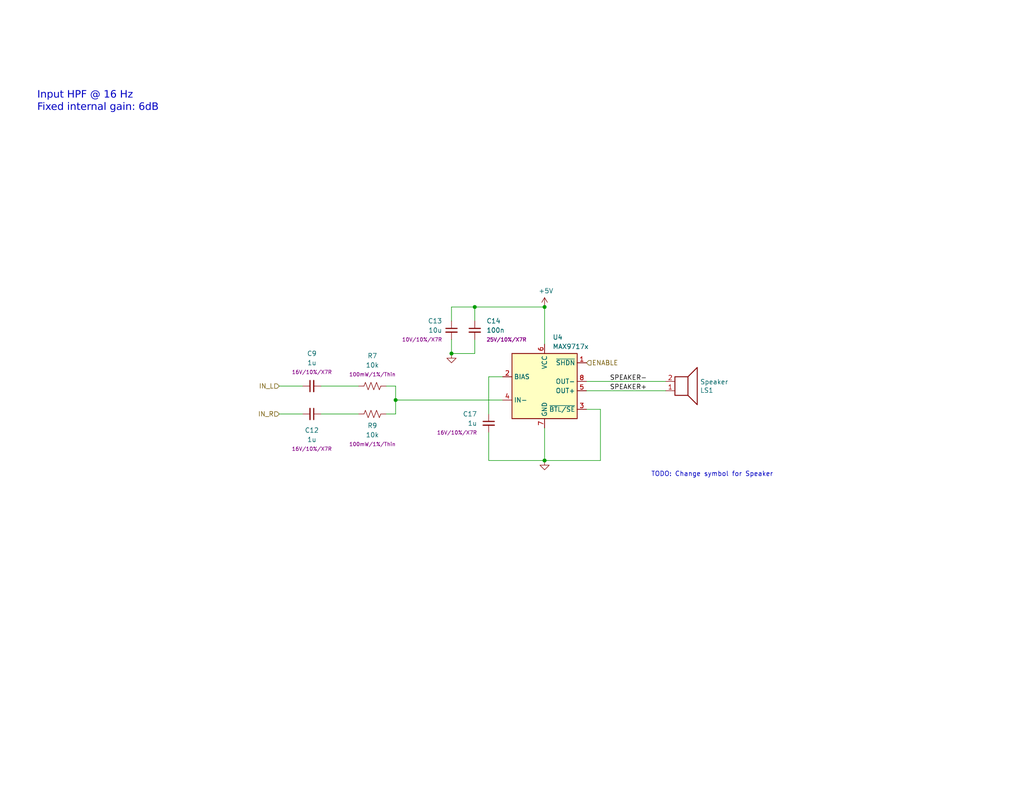
<source format=kicad_sch>
(kicad_sch (version 20231120) (generator "eeschema") (generator_version "8.0")
  (paper "USLetter")
  (title_block (title "Speak to Me") (date "2024-08-28") (rev "v10") (company "Winterbloom") (comment 1 "Alethea Flowers") (comment 2 "CERN-OHL-P v2") (comment 3 "speak.wntr.dev"))
  (lib_symbols
    (symbol "Device:C_Small" (pin_numbers hide) (pin_names (offset 0.254) hide)
      (property "Reference" "C" (at 0.254 1.778 0))
      (property "Value" "C_Small" (at 0.254 -2.032 0))
      (symbol "C_Small_0_1"
        (polyline (pts (xy -1.524 -0.508) (xy 1.524 -0.508)) (stroke (width 0.3302)))
        (polyline (pts (xy -1.524 0.508) (xy 1.524 0.508)) (stroke (width 0.3048)))
      )
      (symbol "C_Small_1_1"
        (pin passive line (at 0 2.54 270) (length 2.032) (name "~") (number "1"))
        (pin passive line (at 0 -2.54 90) (length 2.032) (name "~") (number "2"))
      )
    )
    (symbol "Device:R_US" (pin_numbers hide) (pin_names (offset 0))
      (property "Reference" "R" (at 2.54 0 90))
      (property "Value" "R_US" (at -2.54 0 90))
      (symbol "R_US_0_1"
        (polyline (pts (xy 0 -2.286) (xy 0 -2.54)))
        (polyline (pts (xy 0 2.286) (xy 0 2.54)))
        (polyline (pts (xy 0 -0.762) (xy 1.016 -1.143) (xy 0 -1.524) (xy -1.016 -1.905) (xy 0 -2.286)))
        (polyline (pts (xy 0 0.762) (xy 1.016 0.381) (xy 0 0) (xy -1.016 -0.381) (xy 0 -0.762)))
        (polyline (pts (xy 0 2.286) (xy 1.016 1.905) (xy 0 1.524) (xy -1.016 1.143) (xy 0 0.762)))
      )
      (symbol "R_US_1_1"
        (pin passive line (at 0 3.81 270) (length 1.27) (name "~") (number "1"))
        (pin passive line (at 0 -3.81 90) (length 1.27) (name "~") (number "2"))
      )
    )
    (symbol "Device:Speaker" (pin_names (offset 0) hide)
      (property "Reference" "LS" (at 1.27 5.715 0))
      (property "Value" "Speaker" (at 1.27 3.81 0))
      (symbol "Speaker_0_0"
        (rectangle (start -2.54 1.27) (end 1.016 -3.81) (stroke (width 0.254)))
        (polyline (pts (xy 1.016 1.27) (xy 3.556 3.81) (xy 3.556 -6.35) (xy 1.016 -3.81)) (stroke (width 0.254)))
      )
      (symbol "Speaker_1_1"
        (pin input line (at -5.08 0 0) (length 2.54) (name "1") (number "1"))
        (pin input line (at -5.08 -2.54 0) (length 2.54) (name "2") (number "2"))
      )
    )
    (symbol "power:+5V" (power) (pin_numbers hide) (pin_names (offset 0) hide)
      (property "Value" "+5V" (at 0 3.556 0))
      (symbol "+5V_0_1"
        (polyline (pts (xy -0.762 1.27) (xy 0 2.54)))
        (polyline (pts (xy 0 0) (xy 0 2.54)))
        (polyline (pts (xy 0 2.54) (xy 0.762 1.27)))
      )
      (symbol "+5V_1_1"
        (pin power_in line (at 0 0 90) (length 0) (name "~") (number "1"))
      )
    )
    (symbol "power:GND" (power) (pin_numbers hide) (pin_names (offset 0) hide)
      (property "Value" "GND" (at 0 -3.81 0))
      (symbol "GND_0_1"
        (polyline (pts (xy 0 0) (xy 0 -1.27) (xy 1.27 -1.27) (xy 0 -2.54) (xy -1.27 -1.27) (xy 0 -1.27)))
      )
      (symbol "GND_1_1"
        (pin power_in line (at 0 0 270) (length 0) (name "~") (number "1"))
      )
    )
    (symbol "winterbloom:MAX9717x"
      (property "Reference" "U" (at 6.604 17.526 0))
      (property "Value" "MAX9717x" (at 10.414 15.24 0))
      (property "MPN" "MAX9717B, MAX9717C, MAX9717D" (at 0 0 0))
      (symbol "MAX9717x_0_1"
        (rectangle (start -8.89 8.89) (end 8.89 -8.89) (stroke (width 0.254)) (fill (type background)))
      )
      (symbol "MAX9717x_1_0"
        (pin passive line (at 0 -11.43 90) (length 2.54) hide (name "EP") (number "9"))
      )
      (symbol "MAX9717x_1_1"
        (pin input line (at 11.43 6.35 180) (length 2.54) (name "~{SHDN}") (number "1"))
        (pin input line (at -11.43 2.54 0) (length 2.54) (name "BIAS") (number "2"))
        (pin input line (at 11.43 -6.35 180) (length 2.54) (name "~{BTL/SE}") (number "3"))
        (pin input line (at -11.43 -3.81 0) (length 2.54) (name "IN-") (number "4"))
        (pin output line (at 11.43 -1.27 180) (length 2.54) (name "OUT+") (number "5"))
        (pin power_in line (at 0 11.43 270) (length 2.54) (name "VCC") (number "6"))
        (pin power_in line (at 0 -11.43 90) (length 2.54) (name "GND") (number "7"))
        (pin output line (at 11.43 1.27 180) (length 2.54) (name "OUT-") (number "8"))
      )
    )
  )
  (junction (at 129.54 83.82))
  (junction (at 123.19 96.52))
  (junction (at 148.59 125.73))
  (junction (at 148.59 83.82))
  (junction (at 107.95 109.22))
  (wire (pts (xy 107.95 109.22) (xy 137.16 109.22)))
  (wire (pts (xy 87.63 113.03) (xy 97.79 113.03)))
  (wire (pts (xy 105.41 105.41) (xy 107.95 105.41)))
  (wire (pts (xy 160.02 106.68) (xy 181.61 106.68)))
  (wire (pts (xy 133.35 125.73) (xy 148.59 125.73)))
  (wire (pts (xy 163.83 111.76) (xy 163.83 125.73)))
  (wire (pts (xy 148.59 125.73) (xy 148.59 116.84)))
  (wire (pts (xy 107.95 109.22) (xy 107.95 113.03)))
  (wire (pts (xy 129.54 96.52) (xy 123.19 96.52)))
  (wire (pts (xy 76.2 113.03) (xy 82.55 113.03)))
  (wire (pts (xy 148.59 83.82) (xy 148.59 93.98)))
  (wire (pts (xy 163.83 125.73) (xy 148.59 125.73)))
  (wire (pts (xy 133.35 102.87) (xy 133.35 113.03)))
  (wire (pts (xy 160.02 104.14) (xy 181.61 104.14)))
  (wire (pts (xy 107.95 105.41) (xy 107.95 109.22)))
  (wire (pts (xy 76.2 105.41) (xy 82.55 105.41)))
  (wire (pts (xy 123.19 92.71) (xy 123.19 96.52)))
  (wire (pts (xy 123.19 87.63) (xy 123.19 83.82)))
  (wire (pts (xy 129.54 92.71) (xy 129.54 96.52)))
  (wire (pts (xy 123.19 83.82) (xy 129.54 83.82)))
  (wire (pts (xy 87.63 105.41) (xy 97.79 105.41)))
  (wire (pts (xy 107.95 113.03) (xy 105.41 113.03)))
  (wire (pts (xy 137.16 102.87) (xy 133.35 102.87)))
  (wire (pts (xy 133.35 125.73) (xy 133.35 118.11)))
  (wire (pts (xy 129.54 83.82) (xy 148.59 83.82)))
  (wire (pts (xy 160.02 111.76) (xy 163.83 111.76)))
  (wire (pts (xy 129.54 83.82) (xy 129.54 87.63)))
  (text "Input HPF @ 16 Hz\nFixed internal gain: 6dB" (at 10.16 25.4 0) (effects (font (size 2 2)) (justify left top)))
  (text "TODO: Change symbol for Speaker" (at 194.31 129.54 0) (effects (font (size 1.27 1.27))))
  (label "SPEAKER-" (at 166.37 104.14 0))
  (label "SPEAKER+" (at 166.37 106.68 0))
  (hierarchical_label "IN_L" (shape input) (at 76.2 105.41 180))
  (hierarchical_label "IN_R" (shape input) (at 76.2 113.03 180))
  (hierarchical_label "ENABLE" (shape input) (at 160.02 99.06 0))
  (symbol (lib_id "Device:C_Small") (at 85.09 113.03 270) (unit 1)
    (property "Reference" "C12" (at 85.0836 117.475 90))
    (property "Value" "1u" (at 85.0836 120.015 90))
    (property "Footprint" "winterbloom:C_0603_HandSolder" (effects (hide yes)))
    (property "Notes" "Audio path" (effects (hide yes)))
    (property "Rating" "16V/10%/X7R" (at 85.0836 122.555 90) (effects (font (size 1 1))))
    (property "MPN" "CL10B105KO8NNNC" (effects (hide yes)))
    (property "LCSC" "C59782" (effects (hide yes)))
    (property "Substitutes Allowed" "Yes" (effects (hide yes)))
  )
  (symbol (lib_id "Device:C_Small") (at 123.19 90.17 0) (unit 1)
    (property "Reference" "C13" (at 120.65 87.6362 0) (effects (justify right)))
    (property "Value" "10u" (at 120.65 90.1762 0) (effects (justify right)))
    (property "Footprint" "winterbloom:C_0603_HandSolder" (effects (hide yes)))
    (property "Notes" "Bulk cap" (effects (hide yes)))
    (property "Rating" "10V/10%/X7R" (at 120.65 92.7163 0) (effects (font (size 1 1)) (justify right)))
    (property "MPN" "GRM188Z71A106KA73D" (effects (hide yes)))
    (property "LCSC" "C2959727" (effects (hide yes)))
    (property "Substitutes Allowed" "Yes" (effects (hide yes)))
  )
  (symbol (lib_id "winterbloom:MAX9717x") (at 148.59 105.41 0) (unit 1)
    (property "Reference" "U4" (at 150.7841 92.075 0) (effects (justify left)))
    (property "Value" "MAX9717x" (at 150.7841 94.615 0) (effects (justify left)))
    (property "Footprint" "winterbloom:TDFN-8-1EP_MAX9717xET" (effects (hide yes)))
    (property "Datasheet" "https://datasheets.maximintegrated.com/en/ds/MAX9716-MAX9717.pdf" (effects (hide yes)))
    (property "Description" "Low cost, mono, 1.4W, BTL Audio Power Amplifier" (effects (hide yes)))
    (property "MPN" "MAX9717B, MAX9717C, MAX9717D" (effects (hide yes)))
    (property "Substitutes Allowed" "No" (effects (hide yes)))
  )
  (symbol (lib_id "Device:R_US") (at 101.6 105.41 270) (unit 1)
    (property "Reference" "R7" (at 101.6 97.155 90))
    (property "Value" "10k" (at 101.6 99.695 90))
    (property "Footprint" "winterbloom:R_0603_HandSolder" (effects (hide yes)))
    (property "Rating" "100mW/1%/Thin" (at 101.6 102.235 90) (effects (font (size 1 1))))
    (property "LCSC" "C469659" (effects (hide yes)))
    (property "Substitutes Allowed" "Yes" (effects (hide yes)))
    (property "MPN" "RT0603FRE0710KL" (effects (hide yes)))
  )
  (symbol (lib_id "power:GND") (at 148.59 125.73 0) (unit 1)
    (property "Reference" "#PWR028" (effects (hide yes)))
    (property "Value" "GND" (effects (hide yes)))
    (property "Description" "Power symbol creates a global label with name \"GND\" , ground" (effects (hide yes)))
  )
  (symbol (lib_id "Device:C_Small") (at 85.09 105.41 90) (unit 1)
    (property "Reference" "C9" (at 85.0963 96.52 90))
    (property "Value" "1u" (at 85.0963 99.06 90))
    (property "Footprint" "winterbloom:C_0603_HandSolder" (effects (hide yes)))
    (property "Notes" "Audio path" (effects (hide yes)))
    (property "Rating" "16V/10%/X7R" (at 85.0963 101.6 90) (effects (font (size 1 1))))
    (property "MPN" "CL10B105KO8NNNC" (effects (hide yes)))
    (property "LCSC" "C59782" (effects (hide yes)))
    (property "Substitutes Allowed" "Yes" (effects (hide yes)))
  )
  (symbol (lib_id "power:GND") (at 123.19 96.52 0) (unit 1)
    (property "Reference" "#PWR029" (effects (hide yes)))
    (property "Value" "GND" (effects (hide yes)))
    (property "Description" "Power symbol creates a global label with name \"GND\" , ground" (effects (hide yes)))
  )
  (symbol (lib_id "Device:R_US") (at 101.6 113.03 270) (unit 1)
    (property "Reference" "R9" (at 101.6 116.205 90))
    (property "Value" "10k" (at 101.6 118.745 90))
    (property "Footprint" "winterbloom:R_0603_HandSolder" (effects (hide yes)))
    (property "Rating" "100mW/1%/Thin" (at 101.6 121.285 90) (effects (font (size 1 1))))
    (property "LCSC" "C469659" (effects (hide yes)))
    (property "Substitutes Allowed" "Yes" (effects (hide yes)))
    (property "MPN" "RT0603FRE0710KL" (effects (hide yes)))
  )
  (symbol (lib_id "Device:C_Small") (at 129.54 90.17 0) (unit 1)
    (property "Reference" "C14" (at 132.715 87.6362 0) (effects (justify left)))
    (property "Value" "100n" (at 132.715 90.1762 0) (effects (justify left)))
    (property "Footprint" "winterbloom:C_0603_HandSolder" (effects (hide yes)))
    (property "Notes" "Bypass cap" (effects (hide yes)))
    (property "Rating" "25V/10%/X7R" (at 132.715 92.7163 0) (effects (font (size 1 1)) (justify left)))
    (property "MPN" "CL10B104KB8NNNC" (effects (hide yes)))
    (property "LCSC" "C1591" (effects (hide yes)))
    (property "Substitutes Allowed" "Yes" (effects (hide yes)))
  )
  (symbol (lib_id "power:+5V") (at 148.59 83.82 0) (unit 1)
    (property "Reference" "#PWR027" (effects (hide yes)))
    (property "Value" "+5V" (at 148.971 79.4258 0))
    (property "Description" "Power symbol creates a global label with name \"+5V\"" (effects (hide yes)))
  )
  (symbol (lib_id "Device:Speaker") (at 186.69 106.68 0) (mirror x) (unit 1)
    (property "Reference" "LS1" (at 191.008 106.5784 0) (effects (justify left)))
    (property "Value" "Speaker" (at 191.008 104.267 0) (effects (justify left)))
    (property "Footprint" "Connector_JST:JST_XH_B2B-XH-A_1x02_P2.50mm_Vertical" (effects (hide yes)))
    (property "MPN" "B2B-XH-A" (effects (hide yes)))
    (property "Notes" "Connects to speaker: CDS-40288" (effects (hide yes)))
  )
  (symbol (lib_id "Device:C_Small") (at 133.35 115.57 0) (unit 1)
    (property "Reference" "C17" (at 130.175 113.0362 0) (effects (justify right)))
    (property "Value" "1u" (at 130.175 115.5762 0) (effects (justify right)))
    (property "Footprint" "winterbloom:C_0603_HandSolder" (effects (hide yes)))
    (property "Notes" "Audio path" (effects (hide yes)))
    (property "Rating" "16V/10%/X7R" (at 130.175 118.1163 0) (effects (font (size 1 1)) (justify right)))
    (property "MPN" "CL10B105KO8NNNC" (effects (hide yes)))
    (property "LCSC" "C59782" (effects (hide yes)))
    (property "Substitutes Allowed" "Yes" (effects (hide yes)))
  )
)
</source>
